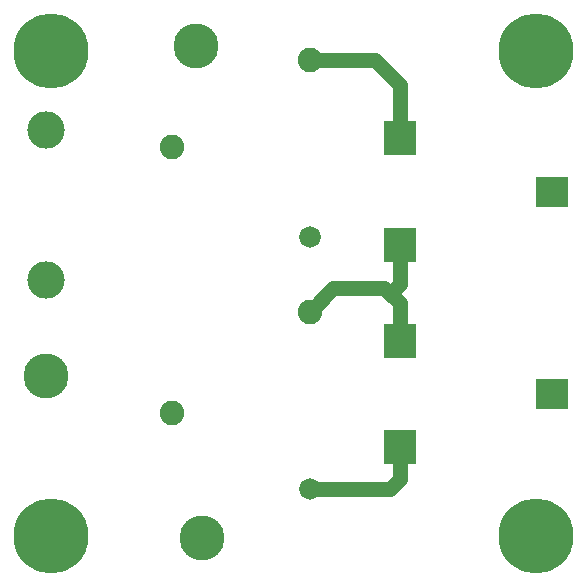
<source format=gtl>
G04 (created by PCBNEW (2013-07-07 BZR 4022)-stable) date 11/10/2014 7:30:29 PM*
%MOIN*%
G04 Gerber Fmt 3.4, Leading zero omitted, Abs format*
%FSLAX34Y34*%
G01*
G70*
G90*
G04 APERTURE LIST*
%ADD10C,0.00590551*%
%ADD11C,0.25*%
%ADD12C,0.082*%
%ADD13C,0.072*%
%ADD14R,0.110236X0.0984252*%
%ADD15R,0.110236X0.11811*%
%ADD16C,0.15*%
%ADD17C,0.125*%
%ADD18C,0.05*%
G04 APERTURE END LIST*
G54D10*
G54D11*
X17740Y-17712D03*
X1598Y-17712D03*
X17740Y-1570D03*
X1598Y-1570D03*
G54D12*
X10200Y-1847D03*
G54D13*
X10200Y-7752D03*
G54D12*
X10200Y-10247D03*
G54D13*
X10200Y-16152D03*
G54D14*
X18279Y-13000D03*
G54D15*
X13220Y-14771D03*
X13220Y-11228D03*
G54D14*
X18279Y-6250D03*
G54D15*
X13220Y-8021D03*
X13220Y-4478D03*
G54D12*
X5600Y-4770D03*
X5600Y-13629D03*
G54D16*
X6400Y-1400D03*
X1400Y-12400D03*
X6600Y-17800D03*
G54D17*
X1400Y-9200D03*
X1400Y-4200D03*
G54D18*
X10200Y-16152D02*
X12882Y-16152D01*
X13220Y-15814D02*
X13220Y-14771D01*
X12882Y-16152D02*
X13220Y-15814D01*
X12696Y-9448D02*
X10998Y-9448D01*
X10998Y-9448D02*
X10200Y-10247D01*
X13220Y-11228D02*
X13220Y-9972D01*
X13220Y-9972D02*
X12696Y-9448D01*
X12696Y-9448D02*
X12893Y-9645D01*
X13220Y-9318D02*
X13220Y-8021D01*
X12893Y-9645D02*
X13220Y-9318D01*
X10200Y-1847D02*
X12378Y-1847D01*
X12378Y-1847D02*
X13220Y-2688D01*
X13220Y-2688D02*
X13220Y-4478D01*
M02*

</source>
